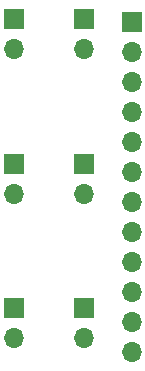
<source format=gbr>
%TF.GenerationSoftware,KiCad,Pcbnew,8.0.4-8.0.4-0~ubuntu24.04.1*%
%TF.CreationDate,2024-09-08T15:52:29+09:00*%
%TF.ProjectId,Battery_joint,42617474-6572-4795-9f6a-6f696e742e6b,rev?*%
%TF.SameCoordinates,Original*%
%TF.FileFunction,Soldermask,Top*%
%TF.FilePolarity,Negative*%
%FSLAX46Y46*%
G04 Gerber Fmt 4.6, Leading zero omitted, Abs format (unit mm)*
G04 Created by KiCad (PCBNEW 8.0.4-8.0.4-0~ubuntu24.04.1) date 2024-09-08 15:52:29*
%MOMM*%
%LPD*%
G01*
G04 APERTURE LIST*
%ADD10R,1.700000X1.700000*%
%ADD11O,1.700000X1.700000*%
G04 APERTURE END LIST*
D10*
%TO.C,J6*%
X138250000Y-118975000D03*
D11*
X138250000Y-121515000D03*
%TD*%
D10*
%TO.C,J3*%
X144250000Y-118960000D03*
D11*
X144250000Y-121500000D03*
%TD*%
D10*
%TO.C,J2*%
X144250000Y-94475000D03*
D11*
X144250000Y-97015000D03*
%TD*%
D10*
%TO.C,J7*%
X138250000Y-94475000D03*
D11*
X138250000Y-97015000D03*
%TD*%
D10*
%TO.C,J1*%
X148250000Y-94750000D03*
D11*
X148250000Y-97290000D03*
X148250000Y-99830000D03*
X148250000Y-102370000D03*
X148250000Y-104910000D03*
X148250000Y-107450000D03*
X148250000Y-109990000D03*
X148250000Y-112530000D03*
X148250000Y-115070000D03*
X148250000Y-117610000D03*
X148250000Y-120150000D03*
X148250000Y-122690000D03*
%TD*%
D10*
%TO.C,J4*%
X138250000Y-106725000D03*
D11*
X138250000Y-109265000D03*
%TD*%
D10*
%TO.C,J5*%
X144250000Y-106725000D03*
D11*
X144250000Y-109265000D03*
%TD*%
M02*

</source>
